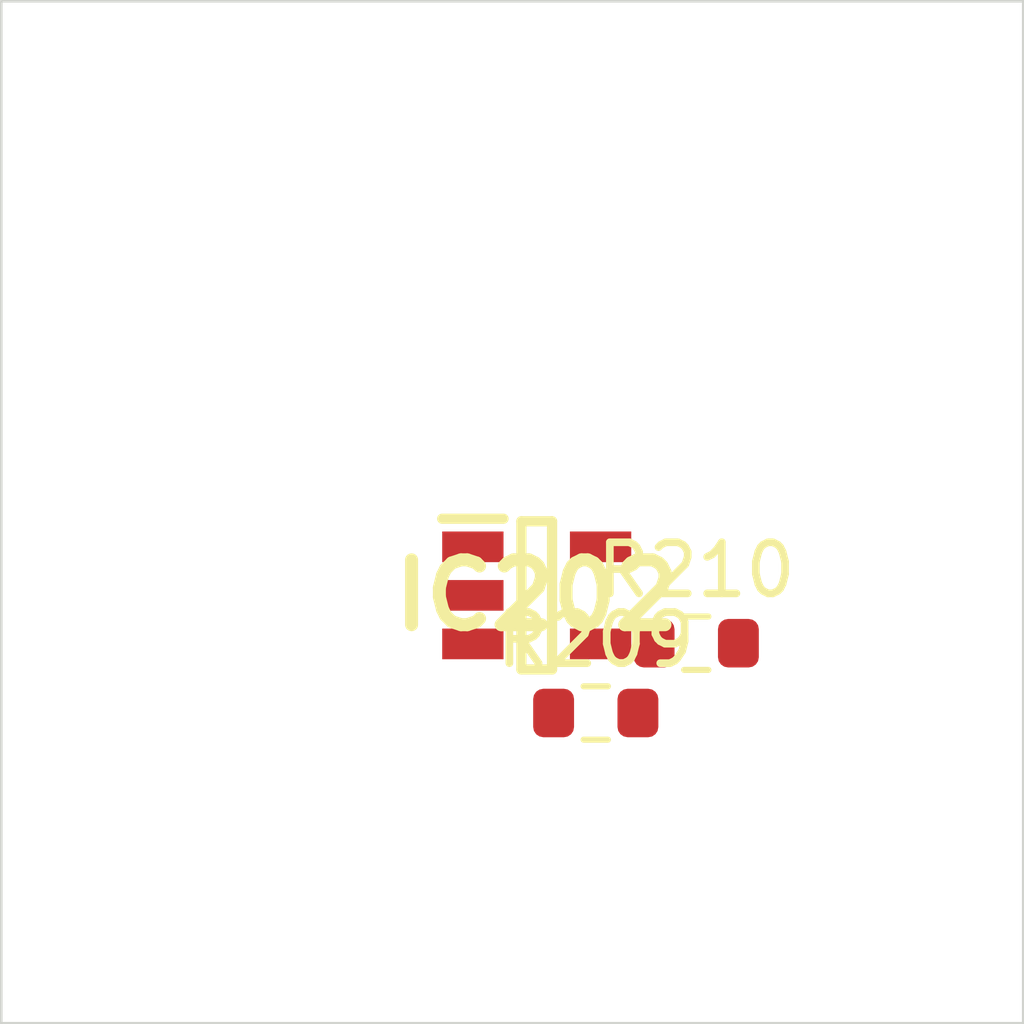
<source format=kicad_pcb>
 ( kicad_pcb  ( version 20171130 )
 ( host pcbnew 5.1.12-84ad8e8a86~92~ubuntu18.04.1 )
 ( general  ( thickness 1.6 )
 ( drawings 4 )
 ( tracks 0 )
 ( zones 0 )
 ( modules 3 )
 ( nets 5 )
)
 ( page A4 )
 ( layers  ( 0 F.Cu signal )
 ( 31 B.Cu signal )
 ( 32 B.Adhes user )
 ( 33 F.Adhes user )
 ( 34 B.Paste user )
 ( 35 F.Paste user )
 ( 36 B.SilkS user )
 ( 37 F.SilkS user )
 ( 38 B.Mask user )
 ( 39 F.Mask user )
 ( 40 Dwgs.User user )
 ( 41 Cmts.User user )
 ( 42 Eco1.User user )
 ( 43 Eco2.User user )
 ( 44 Edge.Cuts user )
 ( 45 Margin user )
 ( 46 B.CrtYd user )
 ( 47 F.CrtYd user )
 ( 48 B.Fab user )
 ( 49 F.Fab user )
)
 ( setup  ( last_trace_width 0.25 )
 ( trace_clearance 0.2 )
 ( zone_clearance 0.508 )
 ( zone_45_only no )
 ( trace_min 0.2 )
 ( via_size 0.8 )
 ( via_drill 0.4 )
 ( via_min_size 0.4 )
 ( via_min_drill 0.3 )
 ( uvia_size 0.3 )
 ( uvia_drill 0.1 )
 ( uvias_allowed no )
 ( uvia_min_size 0.2 )
 ( uvia_min_drill 0.1 )
 ( edge_width 0.05 )
 ( segment_width 0.2 )
 ( pcb_text_width 0.3 )
 ( pcb_text_size 1.5 1.5 )
 ( mod_edge_width 0.12 )
 ( mod_text_size 1 1 )
 ( mod_text_width 0.15 )
 ( pad_size 1.524 1.524 )
 ( pad_drill 0.762 )
 ( pad_to_mask_clearance 0 )
 ( aux_axis_origin 0 0 )
 ( visible_elements FFFFFF7F )
 ( pcbplotparams  ( layerselection 0x010fc_ffffffff )
 ( usegerberextensions false )
 ( usegerberattributes true )
 ( usegerberadvancedattributes true )
 ( creategerberjobfile true )
 ( excludeedgelayer true )
 ( linewidth 0.100000 )
 ( plotframeref false )
 ( viasonmask false )
 ( mode 1 )
 ( useauxorigin false )
 ( hpglpennumber 1 )
 ( hpglpenspeed 20 )
 ( hpglpendiameter 15.000000 )
 ( psnegative false )
 ( psa4output false )
 ( plotreference true )
 ( plotvalue true )
 ( plotinvisibletext false )
 ( padsonsilk false )
 ( subtractmaskfromsilk false )
 ( outputformat 1 )
 ( mirror false )
 ( drillshape 1 )
 ( scaleselection 1 )
 ( outputdirectory "" )
)
)
 ( net 0 "" )
 ( net 1 GND )
 ( net 2 VDDA )
 ( net 3 /Sheet6235D886/vp )
 ( net 4 "Net-(IC202-Pad3)" )
 ( net_class Default "This is the default net class."  ( clearance 0.2 )
 ( trace_width 0.25 )
 ( via_dia 0.8 )
 ( via_drill 0.4 )
 ( uvia_dia 0.3 )
 ( uvia_drill 0.1 )
 ( add_net /Sheet6235D886/vp )
 ( add_net GND )
 ( add_net "Net-(IC202-Pad3)" )
 ( add_net VDDA )
)
 ( module SOT95P280X145-5N locked  ( layer F.Cu )
 ( tedit 62336ED7 )
 ( tstamp 623423ED )
 ( at 90.479100 111.627000 )
 ( descr DBV0005A )
 ( tags "Integrated Circuit" )
 ( path /6235D887/6266C08E )
 ( attr smd )
 ( fp_text reference IC202  ( at 0 0 )
 ( layer F.SilkS )
 ( effects  ( font  ( size 1.27 1.27 )
 ( thickness 0.254 )
)
)
)
 ( fp_text value TL071HIDBVR  ( at 0 0 )
 ( layer F.SilkS )
hide  ( effects  ( font  ( size 1.27 1.27 )
 ( thickness 0.254 )
)
)
)
 ( fp_line  ( start -1.85 -1.5 )
 ( end -0.65 -1.5 )
 ( layer F.SilkS )
 ( width 0.2 )
)
 ( fp_line  ( start -0.3 1.45 )
 ( end -0.3 -1.45 )
 ( layer F.SilkS )
 ( width 0.2 )
)
 ( fp_line  ( start 0.3 1.45 )
 ( end -0.3 1.45 )
 ( layer F.SilkS )
 ( width 0.2 )
)
 ( fp_line  ( start 0.3 -1.45 )
 ( end 0.3 1.45 )
 ( layer F.SilkS )
 ( width 0.2 )
)
 ( fp_line  ( start -0.3 -1.45 )
 ( end 0.3 -1.45 )
 ( layer F.SilkS )
 ( width 0.2 )
)
 ( fp_line  ( start -0.8 -0.5 )
 ( end 0.15 -1.45 )
 ( layer Dwgs.User )
 ( width 0.1 )
)
 ( fp_line  ( start -0.8 1.45 )
 ( end -0.8 -1.45 )
 ( layer Dwgs.User )
 ( width 0.1 )
)
 ( fp_line  ( start 0.8 1.45 )
 ( end -0.8 1.45 )
 ( layer Dwgs.User )
 ( width 0.1 )
)
 ( fp_line  ( start 0.8 -1.45 )
 ( end 0.8 1.45 )
 ( layer Dwgs.User )
 ( width 0.1 )
)
 ( fp_line  ( start -0.8 -1.45 )
 ( end 0.8 -1.45 )
 ( layer Dwgs.User )
 ( width 0.1 )
)
 ( fp_line  ( start -2.1 1.775 )
 ( end -2.1 -1.775 )
 ( layer Dwgs.User )
 ( width 0.05 )
)
 ( fp_line  ( start 2.1 1.775 )
 ( end -2.1 1.775 )
 ( layer Dwgs.User )
 ( width 0.05 )
)
 ( fp_line  ( start 2.1 -1.775 )
 ( end 2.1 1.775 )
 ( layer Dwgs.User )
 ( width 0.05 )
)
 ( fp_line  ( start -2.1 -1.775 )
 ( end 2.1 -1.775 )
 ( layer Dwgs.User )
 ( width 0.05 )
)
 ( pad 1 smd rect  ( at -1.25 -0.95 90.000000 )
 ( size 0.6 1.2 )
 ( layers F.Cu F.Mask F.Paste )
 ( net 3 /Sheet6235D886/vp )
)
 ( pad 2 smd rect  ( at -1.25 0 90.000000 )
 ( size 0.6 1.2 )
 ( layers F.Cu F.Mask F.Paste )
 ( net 1 GND )
)
 ( pad 3 smd rect  ( at -1.25 0.95 90.000000 )
 ( size 0.6 1.2 )
 ( layers F.Cu F.Mask F.Paste )
 ( net 4 "Net-(IC202-Pad3)" )
)
 ( pad 4 smd rect  ( at 1.25 0.95 90.000000 )
 ( size 0.6 1.2 )
 ( layers F.Cu F.Mask F.Paste )
 ( net 3 /Sheet6235D886/vp )
)
 ( pad 5 smd rect  ( at 1.25 -0.95 90.000000 )
 ( size 0.6 1.2 )
 ( layers F.Cu F.Mask F.Paste )
 ( net 2 VDDA )
)
)
 ( module Resistor_SMD:R_0603_1608Metric  ( layer F.Cu )
 ( tedit 5F68FEEE )
 ( tstamp 62342595 )
 ( at 91.634700 113.929000 )
 ( descr "Resistor SMD 0603 (1608 Metric), square (rectangular) end terminal, IPC_7351 nominal, (Body size source: IPC-SM-782 page 72, https://www.pcb-3d.com/wordpress/wp-content/uploads/ipc-sm-782a_amendment_1_and_2.pdf), generated with kicad-footprint-generator" )
 ( tags resistor )
 ( path /6235D887/623CDBD9 )
 ( attr smd )
 ( fp_text reference R209  ( at 0 -1.43 )
 ( layer F.SilkS )
 ( effects  ( font  ( size 1 1 )
 ( thickness 0.15 )
)
)
)
 ( fp_text value 100k  ( at 0 1.43 )
 ( layer F.Fab )
 ( effects  ( font  ( size 1 1 )
 ( thickness 0.15 )
)
)
)
 ( fp_line  ( start -0.8 0.4125 )
 ( end -0.8 -0.4125 )
 ( layer F.Fab )
 ( width 0.1 )
)
 ( fp_line  ( start -0.8 -0.4125 )
 ( end 0.8 -0.4125 )
 ( layer F.Fab )
 ( width 0.1 )
)
 ( fp_line  ( start 0.8 -0.4125 )
 ( end 0.8 0.4125 )
 ( layer F.Fab )
 ( width 0.1 )
)
 ( fp_line  ( start 0.8 0.4125 )
 ( end -0.8 0.4125 )
 ( layer F.Fab )
 ( width 0.1 )
)
 ( fp_line  ( start -0.237258 -0.5225 )
 ( end 0.237258 -0.5225 )
 ( layer F.SilkS )
 ( width 0.12 )
)
 ( fp_line  ( start -0.237258 0.5225 )
 ( end 0.237258 0.5225 )
 ( layer F.SilkS )
 ( width 0.12 )
)
 ( fp_line  ( start -1.48 0.73 )
 ( end -1.48 -0.73 )
 ( layer F.CrtYd )
 ( width 0.05 )
)
 ( fp_line  ( start -1.48 -0.73 )
 ( end 1.48 -0.73 )
 ( layer F.CrtYd )
 ( width 0.05 )
)
 ( fp_line  ( start 1.48 -0.73 )
 ( end 1.48 0.73 )
 ( layer F.CrtYd )
 ( width 0.05 )
)
 ( fp_line  ( start 1.48 0.73 )
 ( end -1.48 0.73 )
 ( layer F.CrtYd )
 ( width 0.05 )
)
 ( fp_text user %R  ( at 0 0 )
 ( layer F.Fab )
 ( effects  ( font  ( size 0.4 0.4 )
 ( thickness 0.06 )
)
)
)
 ( pad 1 smd roundrect  ( at -0.825 0 )
 ( size 0.8 0.95 )
 ( layers F.Cu F.Mask F.Paste )
 ( roundrect_rratio 0.25 )
 ( net 2 VDDA )
)
 ( pad 2 smd roundrect  ( at 0.825 0 )
 ( size 0.8 0.95 )
 ( layers F.Cu F.Mask F.Paste )
 ( roundrect_rratio 0.25 )
 ( net 4 "Net-(IC202-Pad3)" )
)
 ( model ${KISYS3DMOD}/Resistor_SMD.3dshapes/R_0603_1608Metric.wrl  ( at  ( xyz 0 0 0 )
)
 ( scale  ( xyz 1 1 1 )
)
 ( rotate  ( xyz 0 0 0 )
)
)
)
 ( module Resistor_SMD:R_0603_1608Metric  ( layer F.Cu )
 ( tedit 5F68FEEE )
 ( tstamp 623425A6 )
 ( at 93.601100 112.563000 )
 ( descr "Resistor SMD 0603 (1608 Metric), square (rectangular) end terminal, IPC_7351 nominal, (Body size source: IPC-SM-782 page 72, https://www.pcb-3d.com/wordpress/wp-content/uploads/ipc-sm-782a_amendment_1_and_2.pdf), generated with kicad-footprint-generator" )
 ( tags resistor )
 ( path /6235D887/623CDBDF )
 ( attr smd )
 ( fp_text reference R210  ( at 0 -1.43 )
 ( layer F.SilkS )
 ( effects  ( font  ( size 1 1 )
 ( thickness 0.15 )
)
)
)
 ( fp_text value 100k  ( at 0 1.43 )
 ( layer F.Fab )
 ( effects  ( font  ( size 1 1 )
 ( thickness 0.15 )
)
)
)
 ( fp_line  ( start 1.48 0.73 )
 ( end -1.48 0.73 )
 ( layer F.CrtYd )
 ( width 0.05 )
)
 ( fp_line  ( start 1.48 -0.73 )
 ( end 1.48 0.73 )
 ( layer F.CrtYd )
 ( width 0.05 )
)
 ( fp_line  ( start -1.48 -0.73 )
 ( end 1.48 -0.73 )
 ( layer F.CrtYd )
 ( width 0.05 )
)
 ( fp_line  ( start -1.48 0.73 )
 ( end -1.48 -0.73 )
 ( layer F.CrtYd )
 ( width 0.05 )
)
 ( fp_line  ( start -0.237258 0.5225 )
 ( end 0.237258 0.5225 )
 ( layer F.SilkS )
 ( width 0.12 )
)
 ( fp_line  ( start -0.237258 -0.5225 )
 ( end 0.237258 -0.5225 )
 ( layer F.SilkS )
 ( width 0.12 )
)
 ( fp_line  ( start 0.8 0.4125 )
 ( end -0.8 0.4125 )
 ( layer F.Fab )
 ( width 0.1 )
)
 ( fp_line  ( start 0.8 -0.4125 )
 ( end 0.8 0.4125 )
 ( layer F.Fab )
 ( width 0.1 )
)
 ( fp_line  ( start -0.8 -0.4125 )
 ( end 0.8 -0.4125 )
 ( layer F.Fab )
 ( width 0.1 )
)
 ( fp_line  ( start -0.8 0.4125 )
 ( end -0.8 -0.4125 )
 ( layer F.Fab )
 ( width 0.1 )
)
 ( fp_text user %R  ( at 0 0 )
 ( layer F.Fab )
 ( effects  ( font  ( size 0.4 0.4 )
 ( thickness 0.06 )
)
)
)
 ( pad 2 smd roundrect  ( at 0.825 0 )
 ( size 0.8 0.95 )
 ( layers F.Cu F.Mask F.Paste )
 ( roundrect_rratio 0.25 )
 ( net 1 GND )
)
 ( pad 1 smd roundrect  ( at -0.825 0 )
 ( size 0.8 0.95 )
 ( layers F.Cu F.Mask F.Paste )
 ( roundrect_rratio 0.25 )
 ( net 4 "Net-(IC202-Pad3)" )
)
 ( model ${KISYS3DMOD}/Resistor_SMD.3dshapes/R_0603_1608Metric.wrl  ( at  ( xyz 0 0 0 )
)
 ( scale  ( xyz 1 1 1 )
)
 ( rotate  ( xyz 0 0 0 )
)
)
)
 ( gr_line  ( start 100 100 )
 ( end 100 120 )
 ( layer Edge.Cuts )
 ( width 0.05 )
 ( tstamp 62E770C4 )
)
 ( gr_line  ( start 80 120 )
 ( end 100 120 )
 ( layer Edge.Cuts )
 ( width 0.05 )
 ( tstamp 62E770C0 )
)
 ( gr_line  ( start 80 100 )
 ( end 100 100 )
 ( layer Edge.Cuts )
 ( width 0.05 )
 ( tstamp 6234110C )
)
 ( gr_line  ( start 80 100 )
 ( end 80 120 )
 ( layer Edge.Cuts )
 ( width 0.05 )
)
)

</source>
